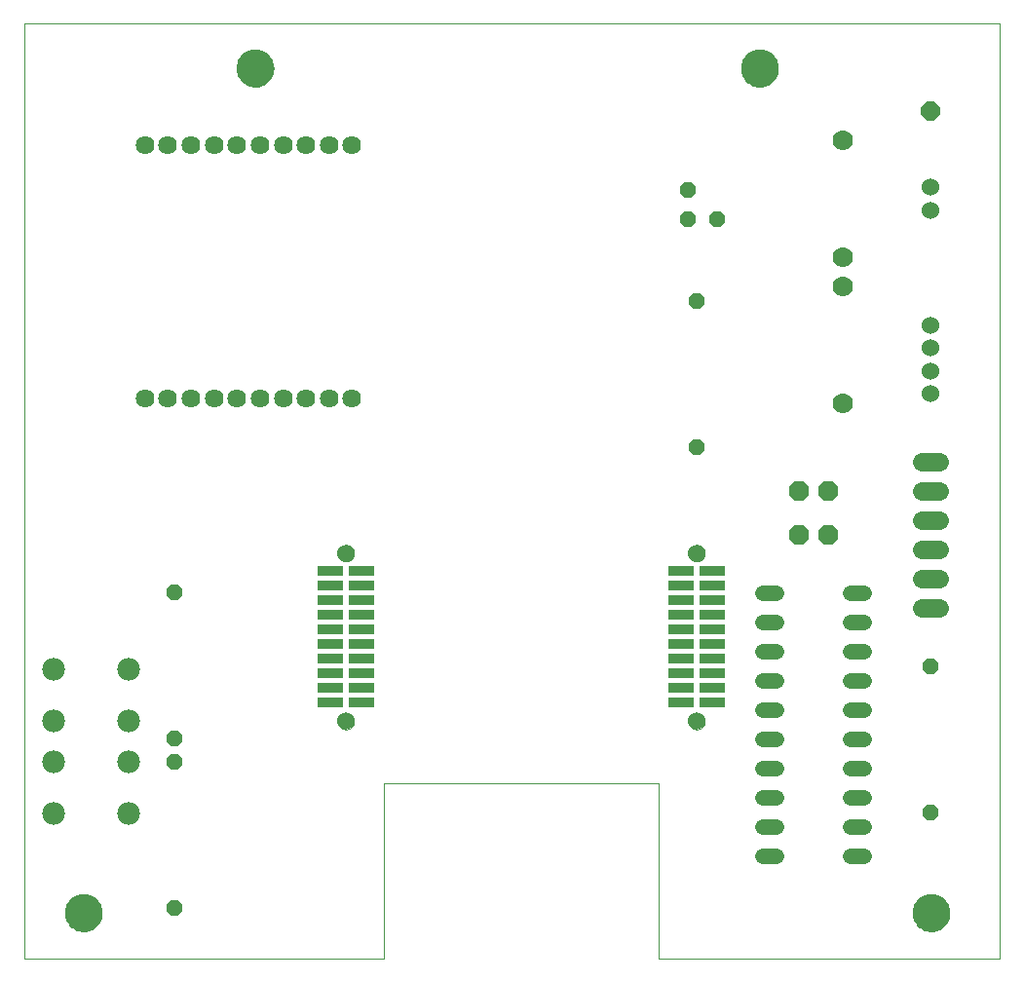
<source format=gbs>
G75*
%MOIN*%
%OFA0B0*%
%FSLAX24Y24*%
%IPPOS*%
%LPD*%
%AMOC8*
5,1,8,0,0,1.08239X$1,22.5*
%
%ADD10C,0.0000*%
%ADD11C,0.1290*%
%ADD12R,0.0915X0.0330*%
%ADD13C,0.0600*%
%ADD14C,0.0640*%
%ADD15C,0.0700*%
%ADD16OC8,0.0520*%
%ADD17OC8,0.0670*%
%ADD18C,0.0640*%
%ADD19OC8,0.0640*%
%ADD20C,0.0780*%
%ADD21C,0.0520*%
D10*
X000180Y000180D02*
X000180Y032176D01*
X033550Y032176D01*
X033550Y000180D01*
X021880Y000180D01*
X021880Y006180D01*
X012480Y006180D01*
X012480Y000180D01*
X000180Y000180D01*
X001575Y001740D02*
X001577Y001790D01*
X001583Y001839D01*
X001593Y001888D01*
X001606Y001935D01*
X001624Y001982D01*
X001645Y002027D01*
X001669Y002070D01*
X001697Y002111D01*
X001728Y002150D01*
X001762Y002186D01*
X001799Y002220D01*
X001839Y002250D01*
X001880Y002277D01*
X001924Y002301D01*
X001969Y002321D01*
X002016Y002337D01*
X002064Y002350D01*
X002113Y002359D01*
X002163Y002364D01*
X002212Y002365D01*
X002262Y002362D01*
X002311Y002355D01*
X002360Y002344D01*
X002407Y002330D01*
X002453Y002311D01*
X002498Y002289D01*
X002541Y002264D01*
X002581Y002235D01*
X002619Y002203D01*
X002655Y002169D01*
X002688Y002131D01*
X002717Y002091D01*
X002743Y002049D01*
X002766Y002005D01*
X002785Y001959D01*
X002801Y001912D01*
X002813Y001863D01*
X002821Y001814D01*
X002825Y001765D01*
X002825Y001715D01*
X002821Y001666D01*
X002813Y001617D01*
X002801Y001568D01*
X002785Y001521D01*
X002766Y001475D01*
X002743Y001431D01*
X002717Y001389D01*
X002688Y001349D01*
X002655Y001311D01*
X002619Y001277D01*
X002581Y001245D01*
X002541Y001216D01*
X002498Y001191D01*
X002453Y001169D01*
X002407Y001150D01*
X002360Y001136D01*
X002311Y001125D01*
X002262Y001118D01*
X002212Y001115D01*
X002163Y001116D01*
X002113Y001121D01*
X002064Y001130D01*
X002016Y001143D01*
X001969Y001159D01*
X001924Y001179D01*
X001880Y001203D01*
X001839Y001230D01*
X001799Y001260D01*
X001762Y001294D01*
X001728Y001330D01*
X001697Y001369D01*
X001669Y001410D01*
X001645Y001453D01*
X001624Y001498D01*
X001606Y001545D01*
X001593Y001592D01*
X001583Y001641D01*
X001577Y001690D01*
X001575Y001740D01*
X010900Y008305D02*
X010902Y008338D01*
X010908Y008371D01*
X010918Y008402D01*
X010931Y008433D01*
X010948Y008461D01*
X010968Y008488D01*
X010991Y008512D01*
X011017Y008532D01*
X011045Y008550D01*
X011075Y008564D01*
X011106Y008575D01*
X011139Y008582D01*
X011172Y008585D01*
X011205Y008584D01*
X011238Y008579D01*
X011270Y008570D01*
X011300Y008558D01*
X011329Y008542D01*
X011356Y008522D01*
X011381Y008500D01*
X011403Y008475D01*
X011421Y008447D01*
X011436Y008418D01*
X011448Y008387D01*
X011456Y008355D01*
X011460Y008322D01*
X011460Y008288D01*
X011456Y008255D01*
X011448Y008223D01*
X011436Y008192D01*
X011421Y008163D01*
X011403Y008135D01*
X011381Y008110D01*
X011356Y008088D01*
X011329Y008068D01*
X011300Y008052D01*
X011270Y008040D01*
X011238Y008031D01*
X011205Y008026D01*
X011172Y008025D01*
X011139Y008028D01*
X011106Y008035D01*
X011075Y008046D01*
X011045Y008060D01*
X011017Y008078D01*
X010991Y008098D01*
X010968Y008122D01*
X010948Y008149D01*
X010931Y008177D01*
X010918Y008208D01*
X010908Y008239D01*
X010902Y008272D01*
X010900Y008305D01*
X010900Y014055D02*
X010902Y014088D01*
X010908Y014121D01*
X010918Y014152D01*
X010931Y014183D01*
X010948Y014211D01*
X010968Y014238D01*
X010991Y014262D01*
X011017Y014282D01*
X011045Y014300D01*
X011075Y014314D01*
X011106Y014325D01*
X011139Y014332D01*
X011172Y014335D01*
X011205Y014334D01*
X011238Y014329D01*
X011270Y014320D01*
X011300Y014308D01*
X011329Y014292D01*
X011356Y014272D01*
X011381Y014250D01*
X011403Y014225D01*
X011421Y014197D01*
X011436Y014168D01*
X011448Y014137D01*
X011456Y014105D01*
X011460Y014072D01*
X011460Y014038D01*
X011456Y014005D01*
X011448Y013973D01*
X011436Y013942D01*
X011421Y013913D01*
X011403Y013885D01*
X011381Y013860D01*
X011356Y013838D01*
X011329Y013818D01*
X011300Y013802D01*
X011270Y013790D01*
X011238Y013781D01*
X011205Y013776D01*
X011172Y013775D01*
X011139Y013778D01*
X011106Y013785D01*
X011075Y013796D01*
X011045Y013810D01*
X011017Y013828D01*
X010991Y013848D01*
X010968Y013872D01*
X010948Y013899D01*
X010931Y013927D01*
X010918Y013958D01*
X010908Y013989D01*
X010902Y014022D01*
X010900Y014055D01*
X022900Y014055D02*
X022902Y014088D01*
X022908Y014121D01*
X022918Y014152D01*
X022931Y014183D01*
X022948Y014211D01*
X022968Y014238D01*
X022991Y014262D01*
X023017Y014282D01*
X023045Y014300D01*
X023075Y014314D01*
X023106Y014325D01*
X023139Y014332D01*
X023172Y014335D01*
X023205Y014334D01*
X023238Y014329D01*
X023270Y014320D01*
X023300Y014308D01*
X023329Y014292D01*
X023356Y014272D01*
X023381Y014250D01*
X023403Y014225D01*
X023421Y014197D01*
X023436Y014168D01*
X023448Y014137D01*
X023456Y014105D01*
X023460Y014072D01*
X023460Y014038D01*
X023456Y014005D01*
X023448Y013973D01*
X023436Y013942D01*
X023421Y013913D01*
X023403Y013885D01*
X023381Y013860D01*
X023356Y013838D01*
X023329Y013818D01*
X023300Y013802D01*
X023270Y013790D01*
X023238Y013781D01*
X023205Y013776D01*
X023172Y013775D01*
X023139Y013778D01*
X023106Y013785D01*
X023075Y013796D01*
X023045Y013810D01*
X023017Y013828D01*
X022991Y013848D01*
X022968Y013872D01*
X022948Y013899D01*
X022931Y013927D01*
X022918Y013958D01*
X022908Y013989D01*
X022902Y014022D01*
X022900Y014055D01*
X022900Y008305D02*
X022902Y008338D01*
X022908Y008371D01*
X022918Y008402D01*
X022931Y008433D01*
X022948Y008461D01*
X022968Y008488D01*
X022991Y008512D01*
X023017Y008532D01*
X023045Y008550D01*
X023075Y008564D01*
X023106Y008575D01*
X023139Y008582D01*
X023172Y008585D01*
X023205Y008584D01*
X023238Y008579D01*
X023270Y008570D01*
X023300Y008558D01*
X023329Y008542D01*
X023356Y008522D01*
X023381Y008500D01*
X023403Y008475D01*
X023421Y008447D01*
X023436Y008418D01*
X023448Y008387D01*
X023456Y008355D01*
X023460Y008322D01*
X023460Y008288D01*
X023456Y008255D01*
X023448Y008223D01*
X023436Y008192D01*
X023421Y008163D01*
X023403Y008135D01*
X023381Y008110D01*
X023356Y008088D01*
X023329Y008068D01*
X023300Y008052D01*
X023270Y008040D01*
X023238Y008031D01*
X023205Y008026D01*
X023172Y008025D01*
X023139Y008028D01*
X023106Y008035D01*
X023075Y008046D01*
X023045Y008060D01*
X023017Y008078D01*
X022991Y008098D01*
X022968Y008122D01*
X022948Y008149D01*
X022931Y008177D01*
X022918Y008208D01*
X022908Y008239D01*
X022902Y008272D01*
X022900Y008305D01*
X030575Y001740D02*
X030577Y001790D01*
X030583Y001839D01*
X030593Y001888D01*
X030606Y001935D01*
X030624Y001982D01*
X030645Y002027D01*
X030669Y002070D01*
X030697Y002111D01*
X030728Y002150D01*
X030762Y002186D01*
X030799Y002220D01*
X030839Y002250D01*
X030880Y002277D01*
X030924Y002301D01*
X030969Y002321D01*
X031016Y002337D01*
X031064Y002350D01*
X031113Y002359D01*
X031163Y002364D01*
X031212Y002365D01*
X031262Y002362D01*
X031311Y002355D01*
X031360Y002344D01*
X031407Y002330D01*
X031453Y002311D01*
X031498Y002289D01*
X031541Y002264D01*
X031581Y002235D01*
X031619Y002203D01*
X031655Y002169D01*
X031688Y002131D01*
X031717Y002091D01*
X031743Y002049D01*
X031766Y002005D01*
X031785Y001959D01*
X031801Y001912D01*
X031813Y001863D01*
X031821Y001814D01*
X031825Y001765D01*
X031825Y001715D01*
X031821Y001666D01*
X031813Y001617D01*
X031801Y001568D01*
X031785Y001521D01*
X031766Y001475D01*
X031743Y001431D01*
X031717Y001389D01*
X031688Y001349D01*
X031655Y001311D01*
X031619Y001277D01*
X031581Y001245D01*
X031541Y001216D01*
X031498Y001191D01*
X031453Y001169D01*
X031407Y001150D01*
X031360Y001136D01*
X031311Y001125D01*
X031262Y001118D01*
X031212Y001115D01*
X031163Y001116D01*
X031113Y001121D01*
X031064Y001130D01*
X031016Y001143D01*
X030969Y001159D01*
X030924Y001179D01*
X030880Y001203D01*
X030839Y001230D01*
X030799Y001260D01*
X030762Y001294D01*
X030728Y001330D01*
X030697Y001369D01*
X030669Y001410D01*
X030645Y001453D01*
X030624Y001498D01*
X030606Y001545D01*
X030593Y001592D01*
X030583Y001641D01*
X030577Y001690D01*
X030575Y001740D01*
X024705Y030640D02*
X024707Y030690D01*
X024713Y030739D01*
X024723Y030788D01*
X024736Y030835D01*
X024754Y030882D01*
X024775Y030927D01*
X024799Y030970D01*
X024827Y031011D01*
X024858Y031050D01*
X024892Y031086D01*
X024929Y031120D01*
X024969Y031150D01*
X025010Y031177D01*
X025054Y031201D01*
X025099Y031221D01*
X025146Y031237D01*
X025194Y031250D01*
X025243Y031259D01*
X025293Y031264D01*
X025342Y031265D01*
X025392Y031262D01*
X025441Y031255D01*
X025490Y031244D01*
X025537Y031230D01*
X025583Y031211D01*
X025628Y031189D01*
X025671Y031164D01*
X025711Y031135D01*
X025749Y031103D01*
X025785Y031069D01*
X025818Y031031D01*
X025847Y030991D01*
X025873Y030949D01*
X025896Y030905D01*
X025915Y030859D01*
X025931Y030812D01*
X025943Y030763D01*
X025951Y030714D01*
X025955Y030665D01*
X025955Y030615D01*
X025951Y030566D01*
X025943Y030517D01*
X025931Y030468D01*
X025915Y030421D01*
X025896Y030375D01*
X025873Y030331D01*
X025847Y030289D01*
X025818Y030249D01*
X025785Y030211D01*
X025749Y030177D01*
X025711Y030145D01*
X025671Y030116D01*
X025628Y030091D01*
X025583Y030069D01*
X025537Y030050D01*
X025490Y030036D01*
X025441Y030025D01*
X025392Y030018D01*
X025342Y030015D01*
X025293Y030016D01*
X025243Y030021D01*
X025194Y030030D01*
X025146Y030043D01*
X025099Y030059D01*
X025054Y030079D01*
X025010Y030103D01*
X024969Y030130D01*
X024929Y030160D01*
X024892Y030194D01*
X024858Y030230D01*
X024827Y030269D01*
X024799Y030310D01*
X024775Y030353D01*
X024754Y030398D01*
X024736Y030445D01*
X024723Y030492D01*
X024713Y030541D01*
X024707Y030590D01*
X024705Y030640D01*
X007447Y030640D02*
X007449Y030690D01*
X007455Y030739D01*
X007465Y030788D01*
X007478Y030835D01*
X007496Y030882D01*
X007517Y030927D01*
X007541Y030970D01*
X007569Y031011D01*
X007600Y031050D01*
X007634Y031086D01*
X007671Y031120D01*
X007711Y031150D01*
X007752Y031177D01*
X007796Y031201D01*
X007841Y031221D01*
X007888Y031237D01*
X007936Y031250D01*
X007985Y031259D01*
X008035Y031264D01*
X008084Y031265D01*
X008134Y031262D01*
X008183Y031255D01*
X008232Y031244D01*
X008279Y031230D01*
X008325Y031211D01*
X008370Y031189D01*
X008413Y031164D01*
X008453Y031135D01*
X008491Y031103D01*
X008527Y031069D01*
X008560Y031031D01*
X008589Y030991D01*
X008615Y030949D01*
X008638Y030905D01*
X008657Y030859D01*
X008673Y030812D01*
X008685Y030763D01*
X008693Y030714D01*
X008697Y030665D01*
X008697Y030615D01*
X008693Y030566D01*
X008685Y030517D01*
X008673Y030468D01*
X008657Y030421D01*
X008638Y030375D01*
X008615Y030331D01*
X008589Y030289D01*
X008560Y030249D01*
X008527Y030211D01*
X008491Y030177D01*
X008453Y030145D01*
X008413Y030116D01*
X008370Y030091D01*
X008325Y030069D01*
X008279Y030050D01*
X008232Y030036D01*
X008183Y030025D01*
X008134Y030018D01*
X008084Y030015D01*
X008035Y030016D01*
X007985Y030021D01*
X007936Y030030D01*
X007888Y030043D01*
X007841Y030059D01*
X007796Y030079D01*
X007752Y030103D01*
X007711Y030130D01*
X007671Y030160D01*
X007634Y030194D01*
X007600Y030230D01*
X007569Y030269D01*
X007541Y030310D01*
X007517Y030353D01*
X007496Y030398D01*
X007478Y030445D01*
X007465Y030492D01*
X007455Y030541D01*
X007449Y030590D01*
X007447Y030640D01*
D11*
X008072Y030640D03*
X025330Y030640D03*
X031200Y001740D03*
X002200Y001740D03*
D12*
X010643Y008930D03*
X010643Y009430D03*
X010643Y009930D03*
X010643Y010430D03*
X010643Y010930D03*
X010643Y011430D03*
X010643Y011930D03*
X010643Y012430D03*
X010643Y012930D03*
X010643Y013430D03*
X011718Y013430D03*
X011718Y012930D03*
X011718Y012430D03*
X011718Y011930D03*
X011718Y011430D03*
X011718Y010930D03*
X011718Y010430D03*
X011718Y009930D03*
X011718Y009430D03*
X011718Y008930D03*
X022643Y008930D03*
X022643Y009430D03*
X022643Y009930D03*
X022643Y010430D03*
X022643Y010930D03*
X022643Y011430D03*
X022643Y011930D03*
X022643Y012430D03*
X022643Y012930D03*
X022643Y013430D03*
X023718Y013430D03*
X023718Y012930D03*
X023718Y012430D03*
X023718Y011930D03*
X023718Y011430D03*
X023718Y010930D03*
X023718Y010430D03*
X023718Y009930D03*
X023718Y009430D03*
X023718Y008930D03*
D13*
X023180Y008305D03*
X023180Y014055D03*
X031180Y019499D03*
X031180Y020286D03*
X031180Y021074D03*
X031180Y021861D03*
X031180Y025786D03*
X031180Y026574D03*
X011180Y014055D03*
X011180Y008305D03*
D14*
X011393Y019349D03*
X010605Y019349D03*
X009818Y019349D03*
X009030Y019349D03*
X008243Y019349D03*
X007456Y019349D03*
X006668Y019349D03*
X005881Y019349D03*
X005093Y019349D03*
X004306Y019349D03*
X004306Y028011D03*
X005093Y028011D03*
X005881Y028011D03*
X006668Y028011D03*
X007456Y028011D03*
X008243Y028011D03*
X009030Y028011D03*
X009818Y028011D03*
X010605Y028011D03*
X011393Y028011D03*
D15*
X028180Y028180D03*
X028180Y024180D03*
X028180Y023180D03*
X028180Y019180D03*
D16*
X023180Y017680D03*
X023180Y022680D03*
X022880Y025480D03*
X022880Y026480D03*
X023880Y025480D03*
X031180Y010180D03*
X031180Y005180D03*
X005324Y006902D03*
X005327Y007702D03*
X005327Y012702D03*
X005324Y001902D03*
D17*
X026680Y014680D03*
X027680Y014680D03*
X027680Y016180D03*
X026680Y016180D03*
D18*
X030880Y016180D02*
X031480Y016180D01*
X031480Y017180D02*
X030880Y017180D01*
X030880Y015180D02*
X031480Y015180D01*
X031480Y014180D02*
X030880Y014180D01*
X030880Y013180D02*
X031480Y013180D01*
X031480Y012180D02*
X030880Y012180D01*
D19*
X031180Y029180D03*
D20*
X003743Y010090D03*
X003743Y008310D03*
X003747Y006910D03*
X003747Y005130D03*
X001187Y005130D03*
X001187Y006910D03*
X001183Y008310D03*
X001183Y010090D03*
D21*
X025440Y009682D02*
X025920Y009682D01*
X025920Y008682D02*
X025440Y008682D01*
X025440Y007682D02*
X025920Y007682D01*
X025920Y006682D02*
X025440Y006682D01*
X025440Y005682D02*
X025920Y005682D01*
X025920Y004682D02*
X025440Y004682D01*
X025440Y003682D02*
X025920Y003682D01*
X028440Y003682D02*
X028920Y003682D01*
X028920Y004682D02*
X028440Y004682D01*
X028440Y005682D02*
X028920Y005682D01*
X028920Y006682D02*
X028440Y006682D01*
X028440Y007682D02*
X028920Y007682D01*
X028920Y008682D02*
X028440Y008682D01*
X028440Y009682D02*
X028920Y009682D01*
X028920Y010682D02*
X028440Y010682D01*
X028440Y011682D02*
X028920Y011682D01*
X028920Y012682D02*
X028440Y012682D01*
X025920Y012682D02*
X025440Y012682D01*
X025440Y011682D02*
X025920Y011682D01*
X025920Y010682D02*
X025440Y010682D01*
M02*

</source>
